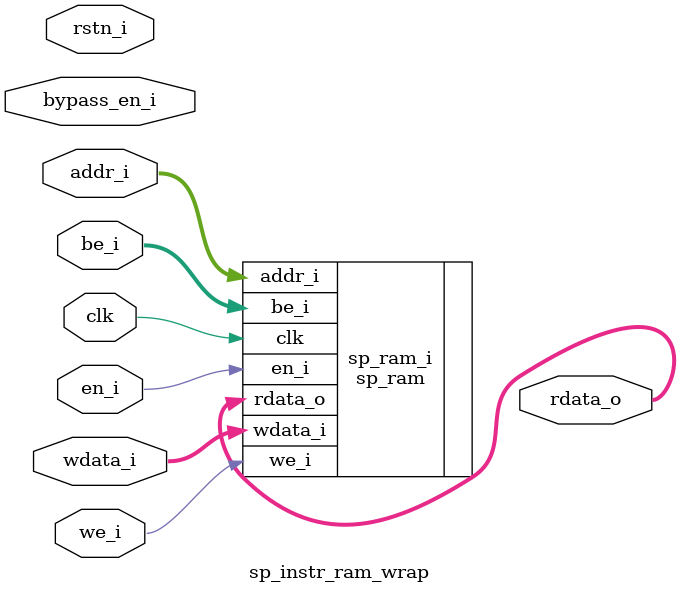
<source format=sv>

`include "config.sv"

module sp_instr_ram_wrap
	#(
		parameter RAM_SIZE   = 32768,              // in bytes
		parameter ADDR_WIDTH = $clog2(RAM_SIZE),
		parameter DATA_WIDTH = 32
	)(
		// Clock and Reset
		input  logic                    clk,
		input  logic                    rstn_i,
		input  logic                    en_i,
		input  logic [ADDR_WIDTH-1:0]   addr_i,
		input  logic [DATA_WIDTH-1:0]   wdata_i,
		output logic [DATA_WIDTH-1:0]   rdata_o,
		input  logic                    we_i,
		input  logic [DATA_WIDTH/8-1:0] be_i,
		input  logic                    bypass_en_i
	);

`ifdef PULP_FPGA_EMUL
	xilinx_mem_8192x32
	sp_ram_i
	(
		.clka   ( clk                    ),
		.rsta   ( 1'b0                   ), // reset is active high

		.ena    ( en_i                   ),
		.addra  ( addr_i[ADDR_WIDTH-1:2] ),
		.dina   ( wdata_i                ),
		.douta  ( rdata_o                ),
		.wea    ( be_i & {4{we_i}}       )
	);

`elsif ASIC
	 // RAM bypass logic
	 logic [31:0] ram_out_int;
	 // assign rdata_o = (bypass_en_i) ? wdata_i : ram_out_int;
	 assign rdata_o = ram_out_int;

	 sp_ram_bank
	 #(
		.NUM_BANKS  ( RAM_SIZE/4096 ),
		.BANK_SIZE  ( 1024          )
	 )
	 sp_ram_bank_i
	 (
		.clk_i   ( clk                     ),
		.rstn_i  ( rstn_i                  ),
		.en_i    ( en_i                    ),
		.addr_i  ( addr_i                  ),
		.wdata_i ( wdata_i                 ),
		.rdata_o ( ram_out_int             ),
		.we_i    ( (we_i & ~bypass_en_i)   ),
		.be_i    ( be_i                    )
	 );

`else
	sp_ram
	#(
		.ADDR_WIDTH ( ADDR_WIDTH ),
		.DATA_WIDTH ( DATA_WIDTH ),
		.NUM_WORDS  ( RAM_SIZE   )
	)
	sp_ram_i
	(
		.clk     ( clk       ),

		.en_i    ( en_i      ),
		.addr_i  ( addr_i    ),
		.wdata_i ( wdata_i   ),
		.rdata_o ( rdata_o   ),
		.we_i    ( we_i      ),
		.be_i    ( be_i      )
	);

`endif

endmodule

</source>
